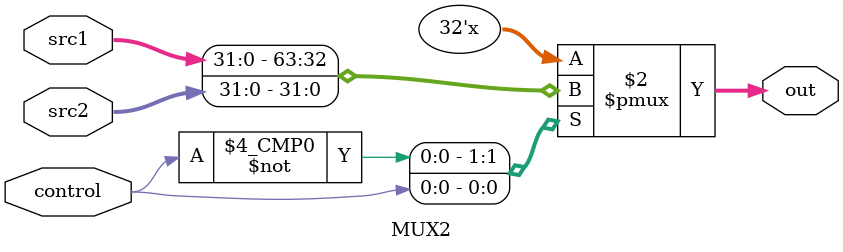
<source format=v>
`timescale 1ns / 1ps


module MUX2(            // 32λ2ѡ1
        input wire [31:0] src1,
        input wire [31:0] src2,
        input wire control,
        output reg [31:0] out
    );

    always @(*) begin
        case (control)
            1'b0:
                begin out = src1; end

            1'b1:
                begin out = src2; end
        endcase
    end
endmodule


</source>
